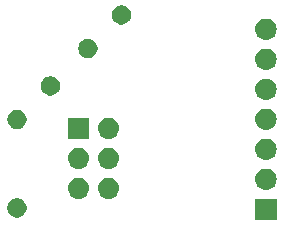
<source format=gbr>
G04 #@! TF.GenerationSoftware,KiCad,Pcbnew,(5.1.4)-1*
G04 #@! TF.CreationDate,2020-04-18T17:13:35+10:00*
G04 #@! TF.ProjectId,c64-nes-adapter,6336342d-6e65-4732-9d61-646170746572,rev?*
G04 #@! TF.SameCoordinates,Original*
G04 #@! TF.FileFunction,Soldermask,Bot*
G04 #@! TF.FilePolarity,Negative*
%FSLAX46Y46*%
G04 Gerber Fmt 4.6, Leading zero omitted, Abs format (unit mm)*
G04 Created by KiCad (PCBNEW (5.1.4)-1) date 2020-04-18 17:13:35*
%MOMM*%
%LPD*%
G04 APERTURE LIST*
%ADD10C,0.100000*%
G04 APERTURE END LIST*
D10*
G36*
X200926000Y-108089000D02*
G01*
X199124000Y-108089000D01*
X199124000Y-106287000D01*
X200926000Y-106287000D01*
X200926000Y-108089000D01*
X200926000Y-108089000D01*
G37*
G36*
X179180142Y-106286242D02*
G01*
X179328101Y-106347529D01*
X179461255Y-106436499D01*
X179574501Y-106549745D01*
X179663471Y-106682899D01*
X179724758Y-106830858D01*
X179756000Y-106987925D01*
X179756000Y-107148075D01*
X179724758Y-107305142D01*
X179663471Y-107453101D01*
X179574501Y-107586255D01*
X179461255Y-107699501D01*
X179328101Y-107788471D01*
X179180142Y-107849758D01*
X179023075Y-107881000D01*
X178862925Y-107881000D01*
X178705858Y-107849758D01*
X178557899Y-107788471D01*
X178424745Y-107699501D01*
X178311499Y-107586255D01*
X178222529Y-107453101D01*
X178161242Y-107305142D01*
X178130000Y-107148075D01*
X178130000Y-106987925D01*
X178161242Y-106830858D01*
X178222529Y-106682899D01*
X178311499Y-106549745D01*
X178424745Y-106436499D01*
X178557899Y-106347529D01*
X178705858Y-106286242D01*
X178862925Y-106255000D01*
X179023075Y-106255000D01*
X179180142Y-106286242D01*
X179180142Y-106286242D01*
G37*
G36*
X184260443Y-104515519D02*
G01*
X184326627Y-104522037D01*
X184496466Y-104573557D01*
X184652991Y-104657222D01*
X184688729Y-104686552D01*
X184790186Y-104769814D01*
X184873448Y-104871271D01*
X184902778Y-104907009D01*
X184986443Y-105063534D01*
X185037963Y-105233373D01*
X185055359Y-105410000D01*
X185037963Y-105586627D01*
X184986443Y-105756466D01*
X184902778Y-105912991D01*
X184873448Y-105948729D01*
X184790186Y-106050186D01*
X184688729Y-106133448D01*
X184652991Y-106162778D01*
X184496466Y-106246443D01*
X184326627Y-106297963D01*
X184260442Y-106304482D01*
X184194260Y-106311000D01*
X184105740Y-106311000D01*
X184039558Y-106304482D01*
X183973373Y-106297963D01*
X183803534Y-106246443D01*
X183647009Y-106162778D01*
X183611271Y-106133448D01*
X183509814Y-106050186D01*
X183426552Y-105948729D01*
X183397222Y-105912991D01*
X183313557Y-105756466D01*
X183262037Y-105586627D01*
X183244641Y-105410000D01*
X183262037Y-105233373D01*
X183313557Y-105063534D01*
X183397222Y-104907009D01*
X183426552Y-104871271D01*
X183509814Y-104769814D01*
X183611271Y-104686552D01*
X183647009Y-104657222D01*
X183803534Y-104573557D01*
X183973373Y-104522037D01*
X184039557Y-104515519D01*
X184105740Y-104509000D01*
X184194260Y-104509000D01*
X184260443Y-104515519D01*
X184260443Y-104515519D01*
G37*
G36*
X186800443Y-104515519D02*
G01*
X186866627Y-104522037D01*
X187036466Y-104573557D01*
X187192991Y-104657222D01*
X187228729Y-104686552D01*
X187330186Y-104769814D01*
X187413448Y-104871271D01*
X187442778Y-104907009D01*
X187526443Y-105063534D01*
X187577963Y-105233373D01*
X187595359Y-105410000D01*
X187577963Y-105586627D01*
X187526443Y-105756466D01*
X187442778Y-105912991D01*
X187413448Y-105948729D01*
X187330186Y-106050186D01*
X187228729Y-106133448D01*
X187192991Y-106162778D01*
X187036466Y-106246443D01*
X186866627Y-106297963D01*
X186800442Y-106304482D01*
X186734260Y-106311000D01*
X186645740Y-106311000D01*
X186579558Y-106304482D01*
X186513373Y-106297963D01*
X186343534Y-106246443D01*
X186187009Y-106162778D01*
X186151271Y-106133448D01*
X186049814Y-106050186D01*
X185966552Y-105948729D01*
X185937222Y-105912991D01*
X185853557Y-105756466D01*
X185802037Y-105586627D01*
X185784641Y-105410000D01*
X185802037Y-105233373D01*
X185853557Y-105063534D01*
X185937222Y-104907009D01*
X185966552Y-104871271D01*
X186049814Y-104769814D01*
X186151271Y-104686552D01*
X186187009Y-104657222D01*
X186343534Y-104573557D01*
X186513373Y-104522037D01*
X186579557Y-104515519D01*
X186645740Y-104509000D01*
X186734260Y-104509000D01*
X186800443Y-104515519D01*
X186800443Y-104515519D01*
G37*
G36*
X200135442Y-103753518D02*
G01*
X200201627Y-103760037D01*
X200371466Y-103811557D01*
X200527991Y-103895222D01*
X200563729Y-103924552D01*
X200665186Y-104007814D01*
X200748448Y-104109271D01*
X200777778Y-104145009D01*
X200861443Y-104301534D01*
X200912963Y-104471373D01*
X200930359Y-104648000D01*
X200912963Y-104824627D01*
X200861443Y-104994466D01*
X200777778Y-105150991D01*
X200748448Y-105186729D01*
X200665186Y-105288186D01*
X200563729Y-105371448D01*
X200527991Y-105400778D01*
X200371466Y-105484443D01*
X200201627Y-105535963D01*
X200135442Y-105542482D01*
X200069260Y-105549000D01*
X199980740Y-105549000D01*
X199914558Y-105542482D01*
X199848373Y-105535963D01*
X199678534Y-105484443D01*
X199522009Y-105400778D01*
X199486271Y-105371448D01*
X199384814Y-105288186D01*
X199301552Y-105186729D01*
X199272222Y-105150991D01*
X199188557Y-104994466D01*
X199137037Y-104824627D01*
X199119641Y-104648000D01*
X199137037Y-104471373D01*
X199188557Y-104301534D01*
X199272222Y-104145009D01*
X199301552Y-104109271D01*
X199384814Y-104007814D01*
X199486271Y-103924552D01*
X199522009Y-103895222D01*
X199678534Y-103811557D01*
X199848373Y-103760037D01*
X199914558Y-103753518D01*
X199980740Y-103747000D01*
X200069260Y-103747000D01*
X200135442Y-103753518D01*
X200135442Y-103753518D01*
G37*
G36*
X186800442Y-101975518D02*
G01*
X186866627Y-101982037D01*
X187036466Y-102033557D01*
X187192991Y-102117222D01*
X187228729Y-102146552D01*
X187330186Y-102229814D01*
X187413448Y-102331271D01*
X187442778Y-102367009D01*
X187526443Y-102523534D01*
X187577963Y-102693373D01*
X187595359Y-102870000D01*
X187577963Y-103046627D01*
X187526443Y-103216466D01*
X187442778Y-103372991D01*
X187413448Y-103408729D01*
X187330186Y-103510186D01*
X187228729Y-103593448D01*
X187192991Y-103622778D01*
X187036466Y-103706443D01*
X186866627Y-103757963D01*
X186800443Y-103764481D01*
X186734260Y-103771000D01*
X186645740Y-103771000D01*
X186579557Y-103764481D01*
X186513373Y-103757963D01*
X186343534Y-103706443D01*
X186187009Y-103622778D01*
X186151271Y-103593448D01*
X186049814Y-103510186D01*
X185966552Y-103408729D01*
X185937222Y-103372991D01*
X185853557Y-103216466D01*
X185802037Y-103046627D01*
X185784641Y-102870000D01*
X185802037Y-102693373D01*
X185853557Y-102523534D01*
X185937222Y-102367009D01*
X185966552Y-102331271D01*
X186049814Y-102229814D01*
X186151271Y-102146552D01*
X186187009Y-102117222D01*
X186343534Y-102033557D01*
X186513373Y-101982037D01*
X186579558Y-101975518D01*
X186645740Y-101969000D01*
X186734260Y-101969000D01*
X186800442Y-101975518D01*
X186800442Y-101975518D01*
G37*
G36*
X184260442Y-101975518D02*
G01*
X184326627Y-101982037D01*
X184496466Y-102033557D01*
X184652991Y-102117222D01*
X184688729Y-102146552D01*
X184790186Y-102229814D01*
X184873448Y-102331271D01*
X184902778Y-102367009D01*
X184986443Y-102523534D01*
X185037963Y-102693373D01*
X185055359Y-102870000D01*
X185037963Y-103046627D01*
X184986443Y-103216466D01*
X184902778Y-103372991D01*
X184873448Y-103408729D01*
X184790186Y-103510186D01*
X184688729Y-103593448D01*
X184652991Y-103622778D01*
X184496466Y-103706443D01*
X184326627Y-103757963D01*
X184260443Y-103764481D01*
X184194260Y-103771000D01*
X184105740Y-103771000D01*
X184039557Y-103764481D01*
X183973373Y-103757963D01*
X183803534Y-103706443D01*
X183647009Y-103622778D01*
X183611271Y-103593448D01*
X183509814Y-103510186D01*
X183426552Y-103408729D01*
X183397222Y-103372991D01*
X183313557Y-103216466D01*
X183262037Y-103046627D01*
X183244641Y-102870000D01*
X183262037Y-102693373D01*
X183313557Y-102523534D01*
X183397222Y-102367009D01*
X183426552Y-102331271D01*
X183509814Y-102229814D01*
X183611271Y-102146552D01*
X183647009Y-102117222D01*
X183803534Y-102033557D01*
X183973373Y-101982037D01*
X184039558Y-101975518D01*
X184105740Y-101969000D01*
X184194260Y-101969000D01*
X184260442Y-101975518D01*
X184260442Y-101975518D01*
G37*
G36*
X200135442Y-101213518D02*
G01*
X200201627Y-101220037D01*
X200371466Y-101271557D01*
X200527991Y-101355222D01*
X200563729Y-101384552D01*
X200665186Y-101467814D01*
X200748448Y-101569271D01*
X200777778Y-101605009D01*
X200861443Y-101761534D01*
X200912963Y-101931373D01*
X200930359Y-102108000D01*
X200912963Y-102284627D01*
X200861443Y-102454466D01*
X200777778Y-102610991D01*
X200748448Y-102646729D01*
X200665186Y-102748186D01*
X200563729Y-102831448D01*
X200527991Y-102860778D01*
X200371466Y-102944443D01*
X200201627Y-102995963D01*
X200135443Y-103002481D01*
X200069260Y-103009000D01*
X199980740Y-103009000D01*
X199914558Y-103002482D01*
X199848373Y-102995963D01*
X199678534Y-102944443D01*
X199522009Y-102860778D01*
X199486271Y-102831448D01*
X199384814Y-102748186D01*
X199301552Y-102646729D01*
X199272222Y-102610991D01*
X199188557Y-102454466D01*
X199137037Y-102284627D01*
X199119641Y-102108000D01*
X199137037Y-101931373D01*
X199188557Y-101761534D01*
X199272222Y-101605009D01*
X199301552Y-101569271D01*
X199384814Y-101467814D01*
X199486271Y-101384552D01*
X199522009Y-101355222D01*
X199678534Y-101271557D01*
X199848373Y-101220037D01*
X199914557Y-101213519D01*
X199980740Y-101207000D01*
X200069260Y-101207000D01*
X200135442Y-101213518D01*
X200135442Y-101213518D01*
G37*
G36*
X185051000Y-101231000D02*
G01*
X183249000Y-101231000D01*
X183249000Y-99429000D01*
X185051000Y-99429000D01*
X185051000Y-101231000D01*
X185051000Y-101231000D01*
G37*
G36*
X186800443Y-99435519D02*
G01*
X186866627Y-99442037D01*
X187036466Y-99493557D01*
X187192991Y-99577222D01*
X187228729Y-99606552D01*
X187330186Y-99689814D01*
X187413448Y-99791271D01*
X187442778Y-99827009D01*
X187526443Y-99983534D01*
X187577963Y-100153373D01*
X187595359Y-100330000D01*
X187577963Y-100506627D01*
X187526443Y-100676466D01*
X187442778Y-100832991D01*
X187413448Y-100868729D01*
X187330186Y-100970186D01*
X187228729Y-101053448D01*
X187192991Y-101082778D01*
X187036466Y-101166443D01*
X186866627Y-101217963D01*
X186800443Y-101224481D01*
X186734260Y-101231000D01*
X186645740Y-101231000D01*
X186579558Y-101224482D01*
X186513373Y-101217963D01*
X186343534Y-101166443D01*
X186187009Y-101082778D01*
X186151271Y-101053448D01*
X186049814Y-100970186D01*
X185966552Y-100868729D01*
X185937222Y-100832991D01*
X185853557Y-100676466D01*
X185802037Y-100506627D01*
X185784641Y-100330000D01*
X185802037Y-100153373D01*
X185853557Y-99983534D01*
X185937222Y-99827009D01*
X185966552Y-99791271D01*
X186049814Y-99689814D01*
X186151271Y-99606552D01*
X186187009Y-99577222D01*
X186343534Y-99493557D01*
X186513373Y-99442037D01*
X186579558Y-99435518D01*
X186645740Y-99429000D01*
X186734260Y-99429000D01*
X186800443Y-99435519D01*
X186800443Y-99435519D01*
G37*
G36*
X200135442Y-98673518D02*
G01*
X200201627Y-98680037D01*
X200371466Y-98731557D01*
X200527991Y-98815222D01*
X200563729Y-98844552D01*
X200665186Y-98927814D01*
X200748448Y-99029271D01*
X200777778Y-99065009D01*
X200861443Y-99221534D01*
X200912963Y-99391373D01*
X200930359Y-99568000D01*
X200912963Y-99744627D01*
X200861443Y-99914466D01*
X200777778Y-100070991D01*
X200765251Y-100086255D01*
X200665186Y-100208186D01*
X200567357Y-100288471D01*
X200527991Y-100320778D01*
X200371466Y-100404443D01*
X200201627Y-100455963D01*
X200135442Y-100462482D01*
X200069260Y-100469000D01*
X199980740Y-100469000D01*
X199914557Y-100462481D01*
X199848373Y-100455963D01*
X199678534Y-100404443D01*
X199522009Y-100320778D01*
X199482643Y-100288471D01*
X199384814Y-100208186D01*
X199284749Y-100086255D01*
X199272222Y-100070991D01*
X199188557Y-99914466D01*
X199137037Y-99744627D01*
X199119641Y-99568000D01*
X199137037Y-99391373D01*
X199188557Y-99221534D01*
X199272222Y-99065009D01*
X199301552Y-99029271D01*
X199384814Y-98927814D01*
X199486271Y-98844552D01*
X199522009Y-98815222D01*
X199678534Y-98731557D01*
X199848373Y-98680037D01*
X199914558Y-98673518D01*
X199980740Y-98667000D01*
X200069260Y-98667000D01*
X200135442Y-98673518D01*
X200135442Y-98673518D01*
G37*
G36*
X179180142Y-98786242D02*
G01*
X179328101Y-98847529D01*
X179461255Y-98936499D01*
X179574501Y-99049745D01*
X179663471Y-99182899D01*
X179724758Y-99330858D01*
X179756000Y-99487925D01*
X179756000Y-99648075D01*
X179724758Y-99805142D01*
X179663471Y-99953101D01*
X179574501Y-100086255D01*
X179461255Y-100199501D01*
X179328101Y-100288471D01*
X179180142Y-100349758D01*
X179023075Y-100381000D01*
X178862925Y-100381000D01*
X178705858Y-100349758D01*
X178557899Y-100288471D01*
X178424745Y-100199501D01*
X178311499Y-100086255D01*
X178222529Y-99953101D01*
X178161242Y-99805142D01*
X178130000Y-99648075D01*
X178130000Y-99487925D01*
X178161242Y-99330858D01*
X178222529Y-99182899D01*
X178311499Y-99049745D01*
X178424745Y-98936499D01*
X178557899Y-98847529D01*
X178705858Y-98786242D01*
X178862925Y-98755000D01*
X179023075Y-98755000D01*
X179180142Y-98786242D01*
X179180142Y-98786242D01*
G37*
G36*
X200135443Y-96133519D02*
G01*
X200201627Y-96140037D01*
X200371466Y-96191557D01*
X200371468Y-96191558D01*
X200449729Y-96233390D01*
X200527991Y-96275222D01*
X200563729Y-96304552D01*
X200665186Y-96387814D01*
X200748448Y-96489271D01*
X200777778Y-96525009D01*
X200861443Y-96681534D01*
X200912963Y-96851373D01*
X200930359Y-97028000D01*
X200912963Y-97204627D01*
X200861443Y-97374466D01*
X200777778Y-97530991D01*
X200760066Y-97552573D01*
X200665186Y-97668186D01*
X200563729Y-97751448D01*
X200527991Y-97780778D01*
X200371466Y-97864443D01*
X200201627Y-97915963D01*
X200135442Y-97922482D01*
X200069260Y-97929000D01*
X199980740Y-97929000D01*
X199914558Y-97922482D01*
X199848373Y-97915963D01*
X199678534Y-97864443D01*
X199522009Y-97780778D01*
X199486271Y-97751448D01*
X199384814Y-97668186D01*
X199289934Y-97552573D01*
X199272222Y-97530991D01*
X199188557Y-97374466D01*
X199137037Y-97204627D01*
X199119641Y-97028000D01*
X199137037Y-96851373D01*
X199188557Y-96681534D01*
X199272222Y-96525009D01*
X199301552Y-96489271D01*
X199384814Y-96387814D01*
X199486271Y-96304552D01*
X199522009Y-96275222D01*
X199600272Y-96233389D01*
X199678532Y-96191558D01*
X199678534Y-96191557D01*
X199848373Y-96140037D01*
X199914557Y-96133519D01*
X199980740Y-96127000D01*
X200069260Y-96127000D01*
X200135443Y-96133519D01*
X200135443Y-96133519D01*
G37*
G36*
X182008569Y-95957815D02*
G01*
X182156528Y-96019102D01*
X182289682Y-96108072D01*
X182402928Y-96221318D01*
X182491898Y-96354472D01*
X182553185Y-96502431D01*
X182584427Y-96659498D01*
X182584427Y-96819648D01*
X182553185Y-96976715D01*
X182491898Y-97124674D01*
X182402928Y-97257828D01*
X182289682Y-97371074D01*
X182156528Y-97460044D01*
X182008569Y-97521331D01*
X181851502Y-97552573D01*
X181691352Y-97552573D01*
X181534285Y-97521331D01*
X181386326Y-97460044D01*
X181253172Y-97371074D01*
X181139926Y-97257828D01*
X181050956Y-97124674D01*
X180989669Y-96976715D01*
X180958427Y-96819648D01*
X180958427Y-96659498D01*
X180989669Y-96502431D01*
X181050956Y-96354472D01*
X181139926Y-96221318D01*
X181253172Y-96108072D01*
X181386326Y-96019102D01*
X181534285Y-95957815D01*
X181691352Y-95926573D01*
X181851502Y-95926573D01*
X182008569Y-95957815D01*
X182008569Y-95957815D01*
G37*
G36*
X200135442Y-93593518D02*
G01*
X200201627Y-93600037D01*
X200371466Y-93651557D01*
X200527991Y-93735222D01*
X200563729Y-93764552D01*
X200665186Y-93847814D01*
X200743050Y-93942693D01*
X200777778Y-93985009D01*
X200861443Y-94141534D01*
X200912963Y-94311373D01*
X200930359Y-94488000D01*
X200912963Y-94664627D01*
X200861443Y-94834466D01*
X200777778Y-94990991D01*
X200748448Y-95026729D01*
X200665186Y-95128186D01*
X200563729Y-95211448D01*
X200527991Y-95240778D01*
X200371466Y-95324443D01*
X200201627Y-95375963D01*
X200135443Y-95382481D01*
X200069260Y-95389000D01*
X199980740Y-95389000D01*
X199914557Y-95382481D01*
X199848373Y-95375963D01*
X199678534Y-95324443D01*
X199522009Y-95240778D01*
X199486271Y-95211448D01*
X199384814Y-95128186D01*
X199301552Y-95026729D01*
X199272222Y-94990991D01*
X199188557Y-94834466D01*
X199137037Y-94664627D01*
X199119641Y-94488000D01*
X199137037Y-94311373D01*
X199188557Y-94141534D01*
X199272222Y-93985009D01*
X199306950Y-93942693D01*
X199384814Y-93847814D01*
X199486271Y-93764552D01*
X199522009Y-93735222D01*
X199678534Y-93651557D01*
X199848373Y-93600037D01*
X199914557Y-93593519D01*
X199980740Y-93587000D01*
X200069260Y-93587000D01*
X200135442Y-93593518D01*
X200135442Y-93593518D01*
G37*
G36*
X185190549Y-92775835D02*
G01*
X185338508Y-92837122D01*
X185471662Y-92926092D01*
X185584908Y-93039338D01*
X185673878Y-93172492D01*
X185735165Y-93320451D01*
X185766407Y-93477518D01*
X185766407Y-93637668D01*
X185735165Y-93794735D01*
X185673878Y-93942694D01*
X185584908Y-94075848D01*
X185471662Y-94189094D01*
X185338508Y-94278064D01*
X185190549Y-94339351D01*
X185033482Y-94370593D01*
X184873332Y-94370593D01*
X184716265Y-94339351D01*
X184568306Y-94278064D01*
X184435152Y-94189094D01*
X184321906Y-94075848D01*
X184232936Y-93942694D01*
X184171649Y-93794735D01*
X184140407Y-93637668D01*
X184140407Y-93477518D01*
X184171649Y-93320451D01*
X184232936Y-93172492D01*
X184321906Y-93039338D01*
X184435152Y-92926092D01*
X184568306Y-92837122D01*
X184716265Y-92775835D01*
X184873332Y-92744593D01*
X185033482Y-92744593D01*
X185190549Y-92775835D01*
X185190549Y-92775835D01*
G37*
G36*
X200135442Y-91053518D02*
G01*
X200201627Y-91060037D01*
X200371466Y-91111557D01*
X200527991Y-91195222D01*
X200563729Y-91224552D01*
X200665186Y-91307814D01*
X200748448Y-91409271D01*
X200777778Y-91445009D01*
X200861443Y-91601534D01*
X200912963Y-91771373D01*
X200930359Y-91948000D01*
X200912963Y-92124627D01*
X200861443Y-92294466D01*
X200777778Y-92450991D01*
X200748448Y-92486729D01*
X200665186Y-92588186D01*
X200563729Y-92671448D01*
X200527991Y-92700778D01*
X200527989Y-92700779D01*
X200387569Y-92775836D01*
X200371466Y-92784443D01*
X200201627Y-92835963D01*
X200135442Y-92842482D01*
X200069260Y-92849000D01*
X199980740Y-92849000D01*
X199914558Y-92842482D01*
X199848373Y-92835963D01*
X199678534Y-92784443D01*
X199662432Y-92775836D01*
X199522011Y-92700779D01*
X199522009Y-92700778D01*
X199486271Y-92671448D01*
X199384814Y-92588186D01*
X199301552Y-92486729D01*
X199272222Y-92450991D01*
X199188557Y-92294466D01*
X199137037Y-92124627D01*
X199119641Y-91948000D01*
X199137037Y-91771373D01*
X199188557Y-91601534D01*
X199272222Y-91445009D01*
X199301552Y-91409271D01*
X199384814Y-91307814D01*
X199486271Y-91224552D01*
X199522009Y-91195222D01*
X199678534Y-91111557D01*
X199848373Y-91060037D01*
X199914558Y-91053518D01*
X199980740Y-91047000D01*
X200069260Y-91047000D01*
X200135442Y-91053518D01*
X200135442Y-91053518D01*
G37*
G36*
X188018976Y-89947408D02*
G01*
X188166935Y-90008695D01*
X188300089Y-90097665D01*
X188413335Y-90210911D01*
X188502305Y-90344065D01*
X188563592Y-90492024D01*
X188594834Y-90649091D01*
X188594834Y-90809241D01*
X188563592Y-90966308D01*
X188502305Y-91114267D01*
X188413335Y-91247421D01*
X188300089Y-91360667D01*
X188166935Y-91449637D01*
X188018976Y-91510924D01*
X187861909Y-91542166D01*
X187701759Y-91542166D01*
X187544692Y-91510924D01*
X187396733Y-91449637D01*
X187263579Y-91360667D01*
X187150333Y-91247421D01*
X187061363Y-91114267D01*
X187000076Y-90966308D01*
X186968834Y-90809241D01*
X186968834Y-90649091D01*
X187000076Y-90492024D01*
X187061363Y-90344065D01*
X187150333Y-90210911D01*
X187263579Y-90097665D01*
X187396733Y-90008695D01*
X187544692Y-89947408D01*
X187701759Y-89916166D01*
X187861909Y-89916166D01*
X188018976Y-89947408D01*
X188018976Y-89947408D01*
G37*
M02*

</source>
